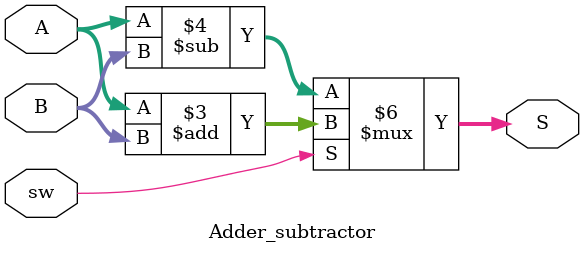
<source format=v>
module Adder_subtractor(sw,A,B,S );
input [3:0]A,B;
input sw; // sw=1 for addition , sw=0 for subtraction
output reg [4:0]S;
always@(A,B,sw) begin
if (sw==1) 
S = A+B ;
else 
S = A-B;
end
endmodule

</source>
